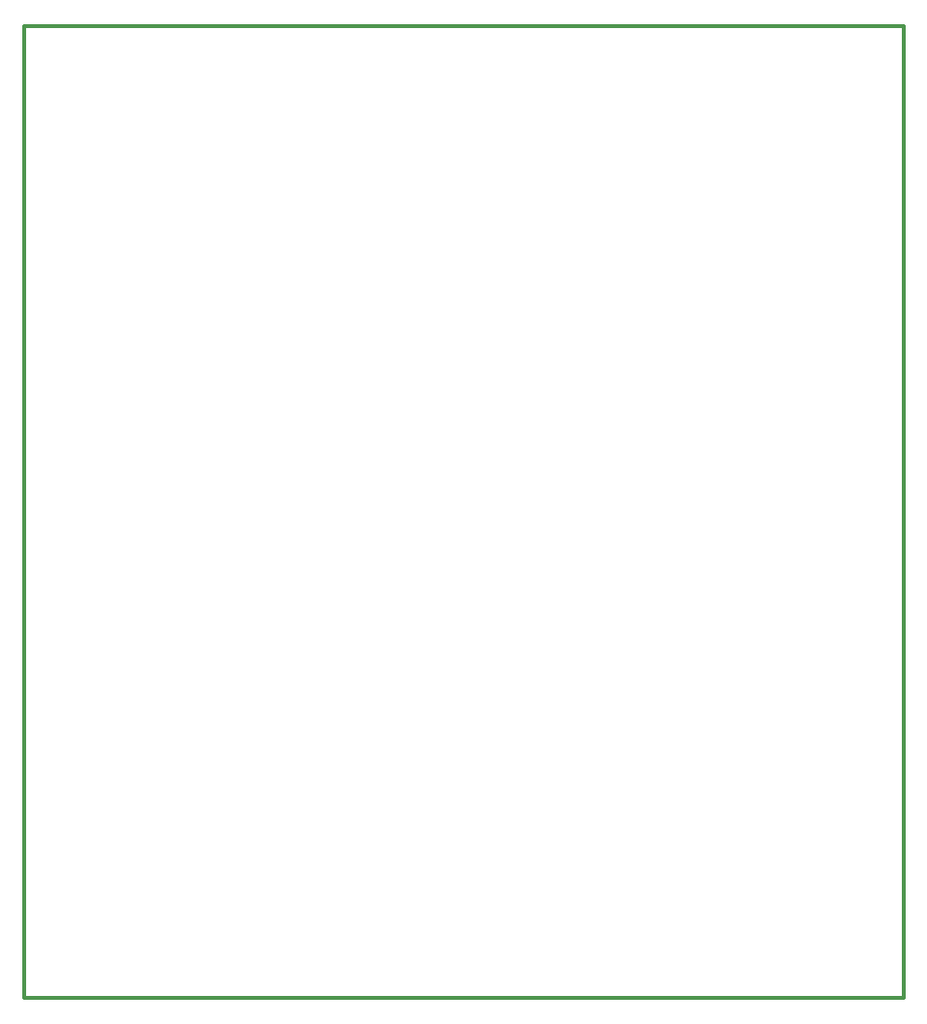
<source format=gko>
G04 Layer_Color=16711935*
%FSLAX25Y25*%
%MOIN*%
G70*
G01*
G75*
%ADD99C,0.01181*%
D99*
X0Y-47244D02*
Y287402D01*
X-303150D02*
X0D01*
X-303150Y-47244D02*
Y287402D01*
Y-47244D02*
X0D01*
M02*

</source>
